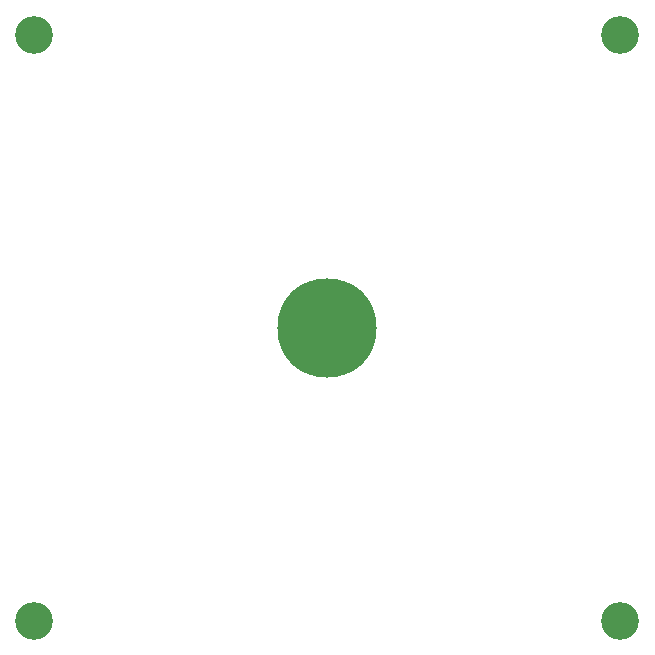
<source format=gbr>
%TF.GenerationSoftware,KiCad,Pcbnew,8.0.6*%
%TF.CreationDate,2025-02-23T17:02:55-05:00*%
%TF.ProjectId,Wire Spool Antenna Blank V1.3,57697265-2053-4706-9f6f-6c20416e7465,rev?*%
%TF.SameCoordinates,Original*%
%TF.FileFunction,Soldermask,Bot*%
%TF.FilePolarity,Negative*%
%FSLAX46Y46*%
G04 Gerber Fmt 4.6, Leading zero omitted, Abs format (unit mm)*
G04 Created by KiCad (PCBNEW 8.0.6) date 2025-02-23 17:02:55*
%MOMM*%
%LPD*%
G01*
G04 APERTURE LIST*
%ADD10C,3.200000*%
%ADD11C,8.400000*%
G04 APERTURE END LIST*
D10*
%TO.C,H5*%
X124800000Y-124800000D03*
%TD*%
D11*
%TO.C,H1*%
X100000000Y-100000000D03*
%TD*%
D10*
%TO.C,H3*%
X75200000Y-75200000D03*
%TD*%
%TO.C,H4*%
X75200000Y-124800000D03*
%TD*%
%TO.C,H2*%
X124800000Y-75200000D03*
%TD*%
M02*

</source>
